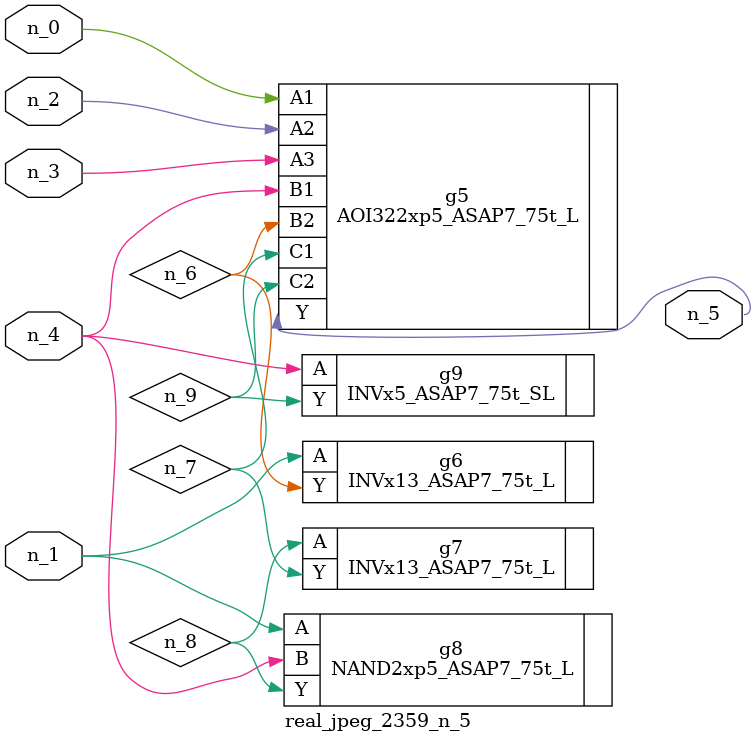
<source format=v>
module real_jpeg_2359_n_5 (n_4, n_0, n_1, n_2, n_3, n_5);

input n_4;
input n_0;
input n_1;
input n_2;
input n_3;

output n_5;

wire n_8;
wire n_6;
wire n_7;
wire n_9;

AOI322xp5_ASAP7_75t_L g5 ( 
.A1(n_0),
.A2(n_2),
.A3(n_3),
.B1(n_4),
.B2(n_6),
.C1(n_7),
.C2(n_9),
.Y(n_5)
);

INVx13_ASAP7_75t_L g6 ( 
.A(n_1),
.Y(n_6)
);

NAND2xp5_ASAP7_75t_L g8 ( 
.A(n_1),
.B(n_4),
.Y(n_8)
);

INVx5_ASAP7_75t_SL g9 ( 
.A(n_4),
.Y(n_9)
);

INVx13_ASAP7_75t_L g7 ( 
.A(n_8),
.Y(n_7)
);


endmodule
</source>
